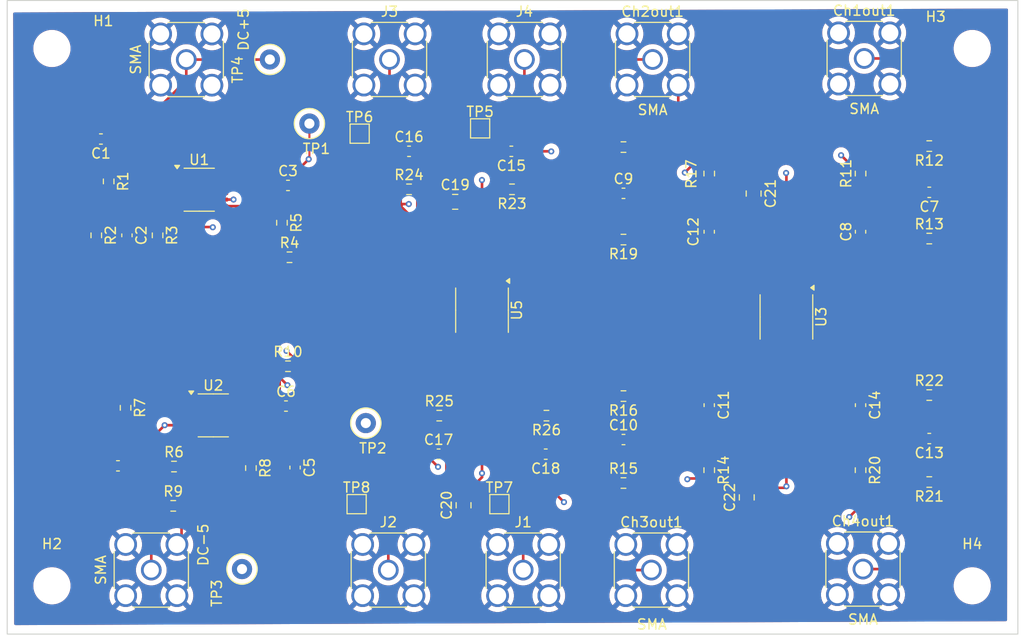
<source format=kicad_pcb>
(kicad_pcb
	(version 20241229)
	(generator "pcbnew")
	(generator_version "9.0")
	(general
		(thickness 1.6)
		(legacy_teardrops no)
	)
	(paper "A4")
	(layers
		(0 "F.Cu" signal)
		(4 "In1.Cu" signal)
		(6 "In2.Cu" signal)
		(2 "B.Cu" signal)
		(9 "F.Adhes" user "F.Adhesive")
		(11 "B.Adhes" user "B.Adhesive")
		(13 "F.Paste" user)
		(15 "B.Paste" user)
		(5 "F.SilkS" user "F.Silkscreen")
		(7 "B.SilkS" user "B.Silkscreen")
		(1 "F.Mask" user)
		(3 "B.Mask" user)
		(17 "Dwgs.User" user "User.Drawings")
		(19 "Cmts.User" user "User.Comments")
		(21 "Eco1.User" user "User.Eco1")
		(23 "Eco2.User" user "User.Eco2")
		(25 "Edge.Cuts" user)
		(27 "Margin" user)
		(31 "F.CrtYd" user "F.Courtyard")
		(29 "B.CrtYd" user "B.Courtyard")
		(35 "F.Fab" user)
		(33 "B.Fab" user)
		(39 "User.1" user)
		(41 "User.2" user)
		(43 "User.3" user)
		(45 "User.4" user)
	)
	(setup
		(stackup
			(layer "F.SilkS"
				(type "Top Silk Screen")
			)
			(layer "F.Paste"
				(type "Top Solder Paste")
			)
			(layer "F.Mask"
				(type "Top Solder Mask")
				(thickness 0.01)
			)
			(layer "F.Cu"
				(type "copper")
				(thickness 0.035)
			)
			(layer "dielectric 1"
				(type "prepreg")
				(thickness 0.1)
				(material "FR4")
				(epsilon_r 4.5)
				(loss_tangent 0.02)
			)
			(layer "In1.Cu"
				(type "copper")
				(thickness 0.035)
			)
			(layer "dielectric 2"
				(type "core")
				(thickness 1.24)
				(material "FR4")
				(epsilon_r 4.5)
				(loss_tangent 0.02)
			)
			(layer "In2.Cu"
				(type "copper")
				(thickness 0.035)
			)
			(layer "dielectric 3"
				(type "prepreg")
				(thickness 0.1)
				(material "FR4")
				(epsilon_r 4.5)
				(loss_tangent 0.02)
			)
			(layer "B.Cu"
				(type "copper")
				(thickness 0.035)
			)
			(layer "B.Mask"
				(type "Bottom Solder Mask")
				(thickness 0.01)
			)
			(layer "B.Paste"
				(type "Bottom Solder Paste")
			)
			(layer "B.SilkS"
				(type "Bottom Silk Screen")
			)
			(copper_finish "None")
			(dielectric_constraints no)
		)
		(pad_to_mask_clearance 0)
		(allow_soldermask_bridges_in_footprints no)
		(tenting front back)
		(pcbplotparams
			(layerselection 0x00000000_00000000_55555555_5755f5ff)
			(plot_on_all_layers_selection 0x00000000_00000000_00000000_00000000)
			(disableapertmacros no)
			(usegerberextensions no)
			(usegerberattributes yes)
			(usegerberadvancedattributes yes)
			(creategerberjobfile yes)
			(dashed_line_dash_ratio 12.000000)
			(dashed_line_gap_ratio 3.000000)
			(svgprecision 4)
			(plotframeref no)
			(mode 1)
			(useauxorigin no)
			(hpglpennumber 1)
			(hpglpenspeed 20)
			(hpglpendiameter 15.000000)
			(pdf_front_fp_property_popups yes)
			(pdf_back_fp_property_popups yes)
			(pdf_metadata yes)
			(pdf_single_document no)
			(dxfpolygonmode yes)
			(dxfimperialunits yes)
			(dxfusepcbnewfont yes)
			(psnegative no)
			(psa4output no)
			(plot_black_and_white yes)
			(sketchpadsonfab no)
			(plotpadnumbers no)
			(hidednponfab no)
			(sketchdnponfab yes)
			(crossoutdnponfab yes)
			(subtractmaskfromsilk no)
			(outputformat 1)
			(mirror no)
			(drillshape 0)
			(scaleselection 1)
			(outputdirectory "")
		)
	)
	(net 0 "")
	(net 1 "Net-(DC+5-In)")
	(net 2 "GND")
	(net 3 "Net-(U1-SET)")
	(net 4 "LDO+5")
	(net 5 "Net-(DC-5-In)")
	(net 6 "Net-(U2-SET)")
	(net 7 "LDO-5")
	(net 8 "Net-(J2-In)")
	(net 9 "Net-(C7-Pad2)")
	(net 10 "Net-(U3A--)")
	(net 11 "Net-(C12-Pad2)")
	(net 12 "Net-(J4-In)")
	(net 13 "Net-(C10-Pad2)")
	(net 14 "Net-(Ch1out1-In)")
	(net 15 "Net-(U3C--)")
	(net 16 "Net-(U3B--)")
	(net 17 "Net-(Ch2out1-In)")
	(net 18 "Net-(C13-Pad2)")
	(net 19 "Net-(U3D--)")
	(net 20 "Net-(J1-In)")
	(net 21 "Net-(J3-In)")
	(net 22 "Net-(U1-PG)")
	(net 23 "Net-(U1-ILIM)")
	(net 24 "Net-(U1-PGFB)")
	(net 25 "Net-(U2-ILIM)")
	(net 26 "Net-(U2-EN{slash}UV)")
	(net 27 "Net-(U2-PGFB)")
	(net 28 "unconnected-(U2-PG-Pad4)")
	(net 29 "unconnected-(U2-VIOC-Pad7)")
	(net 30 "Net-(Ch3out1-In)")
	(net 31 "Net-(Ch4out1-In)")
	(net 32 "AmpO1")
	(net 33 "AmpO3")
	(net 34 "AmpO2")
	(net 35 "AmpO4")
	(footprint "Package_SO:MSOP-12-1EP_3x4.039mm_P0.65mm_EP1.651x2.845mm" (layer "F.Cu") (at 97.6575 103.07))
	(footprint "Capacitor_SMD:C_0805_2012Metric" (layer "F.Cu") (at 151.93 133.59 90))
	(footprint "Capacitor_SMD:C_0603_1608Metric" (layer "F.Cu") (at 87.915 98.04 180))
	(footprint "Resistor_SMD:R_0603_1608Metric" (layer "F.Cu") (at 93.53 107.595 -90))
	(footprint "TestPoint:TestPoint_Loop_D1.80mm_Drill1.0mm_Beaded" (layer "F.Cu") (at 101.9 140.7 -90))
	(footprint "Resistor_SMD:R_0603_1608Metric" (layer "F.Cu") (at 90.3575 124.705 -90))
	(footprint "Resistor_SMD:R_0603_1608Metric" (layer "F.Cu") (at 148.21 101.465 90))
	(footprint "Capacitor_SMD:C_0805_2012Metric" (layer "F.Cu") (at 123.86 134.37 90))
	(footprint "Resistor_SMD:R_0603_1608Metric" (layer "F.Cu") (at 95.1575 130.53))
	(footprint "Connector_Coaxial:SMA_Amphenol_132134_Vertical" (layer "F.Cu") (at 142.6 90.15))
	(footprint "Connector_Coaxial:SMA_Amphenol_132134_Vertical" (layer "F.Cu") (at 129.89 90.15))
	(footprint "MountingHole:MountingHole_3.2mm_M3" (layer "F.Cu") (at 174.28 89.06))
	(footprint "Capacitor_SMD:C_0603_1608Metric" (layer "F.Cu") (at 89.605 130.46 180))
	(footprint "Capacitor_SMD:C_0603_1608Metric" (layer "F.Cu") (at 170.02 127.7525 180))
	(footprint "TestPoint:TestPoint_Loop_D1.80mm_Drill1.0mm_Beaded" (layer "F.Cu") (at 114.17 126.22))
	(footprint "Capacitor_SMD:C_0805_2012Metric" (layer "F.Cu") (at 152.61 103.45 -90))
	(footprint "Connector_Coaxial:SMA_Amphenol_132134_Vertical" (layer "F.Cu") (at 142.48 140.8))
	(footprint "Capacitor_SMD:C_0603_1608Metric" (layer "F.Cu") (at 139.71 103.4275))
	(footprint "Capacitor_SMD:C_0603_1608Metric" (layer "F.Cu") (at 132.005 129.3 180))
	(footprint "MountingHole:MountingHole_3.2mm_M3" (layer "F.Cu") (at 174.28 142.36))
	(footprint "Resistor_SMD:R_0603_1608Metric" (layer "F.Cu") (at 105.8575 106.345 -90))
	(footprint "Resistor_SMD:R_0603_1608Metric" (layer "F.Cu") (at 95.0825 134.43))
	(footprint "Capacitor_SMD:C_0805_2012Metric" (layer "F.Cu") (at 123.03 104.27))
	(footprint "TestPoint:TestPoint_Pad_1.5x1.5mm" (layer "F.Cu") (at 127.41 134.26))
	(footprint "Resistor_SMD:R_0603_1608Metric" (layer "F.Cu") (at 148.21 130.89 -90))
	(footprint "Resistor_SMD:R_0603_1608Metric" (layer "F.Cu") (at 102.7825 130.68 -90))
	(footprint "Resistor_SMD:R_0603_1608Metric" (layer "F.Cu") (at 170.02 132.065 180))
	(footprint "Resistor_SMD:R_0603_1608Metric" (layer "F.Cu") (at 128.66 103.03 180))
	(footprint "Package_SO:TSSOP-14_4.4x5mm_P0.65mm" (layer "F.Cu") (at 125.6875 115.02 -90))
	(footprint "Capacitor_SMD:C_0603_1608Metric" (layer "F.Cu") (at 170.02 103.3275 180))
	(footprint "Resistor_SMD:R_0603_1608Metric" (layer "F.Cu") (at 87.455 107.595 -90))
	(footprint "Resistor_SMD:R_0603_1608Metric" (layer "F.Cu") (at 121.45 125.48))
	(footprint "Resistor_SMD:R_0603_1608Metric" (layer "F.Cu") (at 118.455 103.03))
	(footprint "Package_SO:TSSOP-14_4.4x5mm_P0.65mm" (layer "F.Cu") (at 155.86 115.69 -90))
	(footprint "Capacitor_SMD:C_0603_1608Metric" (layer "F.Cu") (at 106.2575 124.53))
	(footprint "Connector_Coaxial:SMA_Amphenol_132134_Vertical" (layer "F.Cu") (at 163.45 140.7))
	(footprint "Connector_Coaxial:SMA_Amphenol_132134_Vertical" (layer "F.Cu") (at 96.375 90.16 -90))
	(footprint "Capacitor_SMD:C_0603_1608Metric" (layer "F.Cu") (at 106.4575 102.645))
	(footprint "TestPoint:TestPoint_Pad_1.5x1.5mm" (layer "F.Cu") (at 113.26 134.26))
	(footprint "Connector_Coaxial:SMA_Amphenol_132134_Vertical" (layer "F.Cu") (at 163.57 90.05))
	(footprint "Capacitor_SMD:C_0603_1608Metric" (layer "F.Cu") (at 128.595 99.26 180))
	(footprint "Capacitor_SMD:C_0603_1608Metric" (layer "F.Cu") (at 121.385 129.3))
	(footprint "Resistor_SMD:R_0603_1608Metric" (layer "F.Cu") (at 139.71 98.84))
	(footprint "Resistor_SMD:R_0603_1608Metric" (layer "F.Cu") (at 170.02 123.44))
	(footprint "MountingHole:MountingHole_3.2mm_M3"
		(layer "F.Cu")
		(uuid "aeb48c97-22b2-4664-92d4-f96ea1f15c8f")
		(at 83.06 89.06)
		(descr "Mounting Hole 3.2mm, M3, no annular, generated by kicad-footprint-generator mountinghole.py")
		(tags "mountinghole M3")
		(property "Reference" "H1"
			(at 5.09 -2.73 0)
			(layer "F.SilkS")
			(uuid "7c9f2501-62ba-4d7a-8f97-2fd2edfe01a3")
			(effects
				(font
					(size 1 1)
					(thickness 0.15)
				)
			)
		)
		(property "Value" "MountingHole"
			(at 0 4.15 0)
			(layer "F.Fab")
			(uuid "bc85f84f-1e01-4233-8c8b-c29151c47651")
			(effects
				(font
					(size 1 1)
					(thickness 0.15)
				)
			)
		)
		(property "Datasheet" "~"
			(at 0 0 0)
			(layer "F.Fab")
			(hide yes)
			(uuid "319674ac-788e-4491-9bdc-abed7f2b4799")
			(effects
				(font
					(size 1.27 1.27)
					(thickness 0.15)
				)
			)
		)
		(property "Description" "Mounting Hole without connection"
			(at 0 0 0)
			(layer "F.Fab")
			(hide yes)
			(uuid "f8fad237-58d4-4037-8cb1-fd9061efc1c1")
			(effects
				(font
					(size 1.27 1.27)
					(thickness 0.15)
				)
			)
		)
		(property ki_fp_filters "MountingHole*")
		(path "/db90ce87-0acd-45d6-b7c2-7d25d3e8a0a3")
		(sheetname "/")
		(sheetfile "LT3045_breakout.kicad_sch")
		(attr exclude_from_pos_files exclude_from_bom)
		(fp_circle
			(center 0 0)
			(end 3.2 0)
			(stroke
				(width 0.15)
				(type solid)
			)
			(fill no)
			(layer "Cmts.User")
			(uuid "f0fb50e3-73b3-40e2-8074-21f6a2e
... [885579 chars truncated]
</source>
